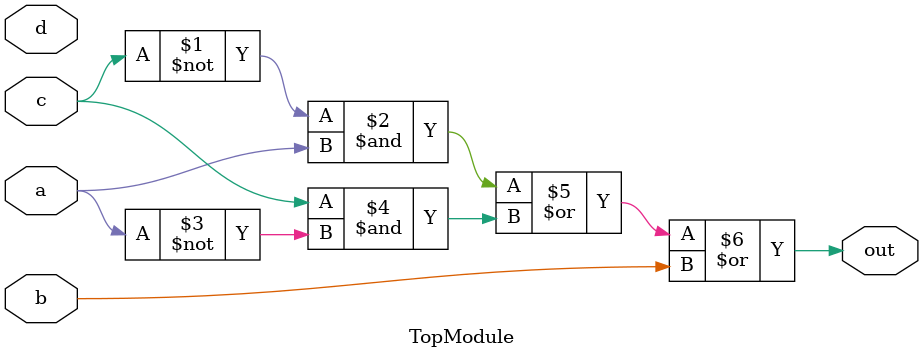
<source format=sv>
module TopModule (
    input logic a,    // First input bit
    input logic b,    // Second input bit
    input logic c,    // Third input bit
    input logic d,    // Fourth input bit (don't-care)
    output logic out  // Output bit
);
    assign out = (~c & a) | (c & ~a) | b;
endmodule
</source>
